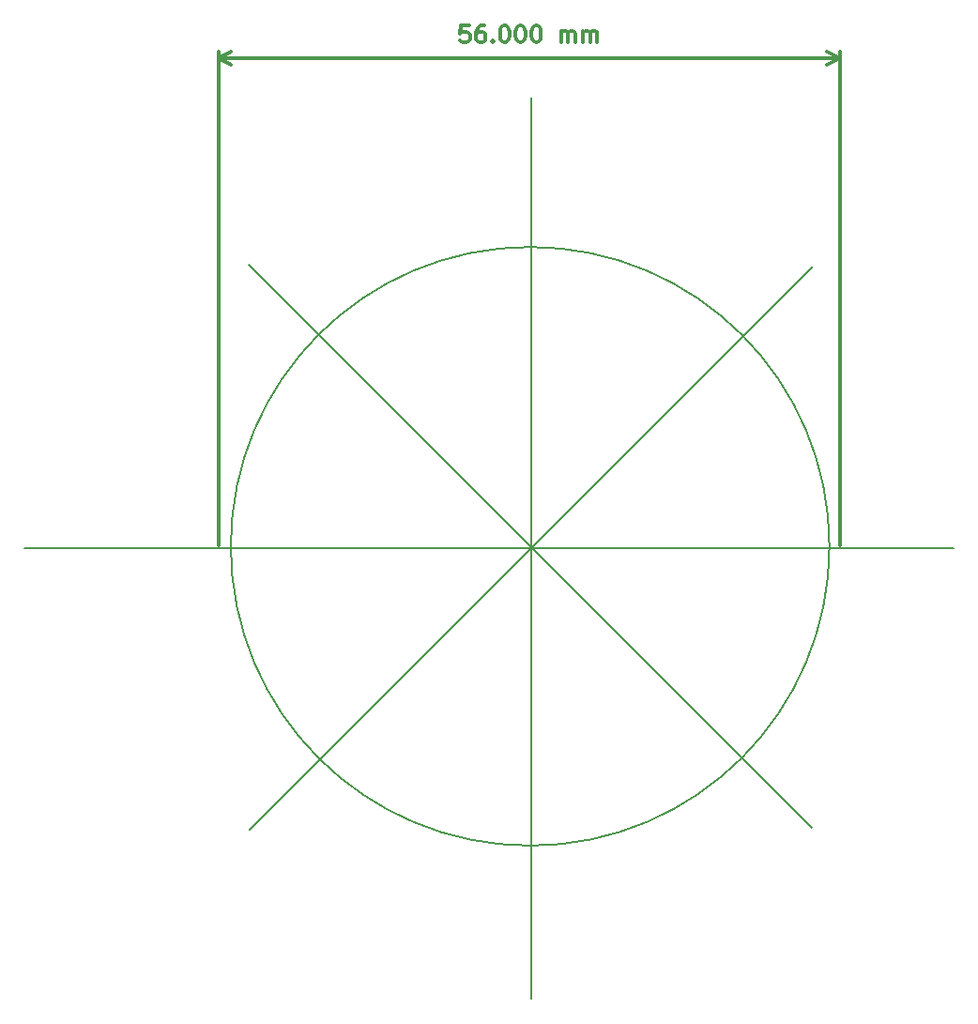
<source format=gbr>
G04 #@! TF.GenerationSoftware,KiCad,Pcbnew,5.0.2-bee76a0~70~ubuntu18.04.1*
G04 #@! TF.CreationDate,2019-07-09T11:50:03+02:00*
G04 #@! TF.ProjectId,neuromime_1.0.1,6e657572-6f6d-4696-9d65-5f312e302e31,rev?*
G04 #@! TF.SameCoordinates,Original*
G04 #@! TF.FileFunction,Drawing*
%FSLAX46Y46*%
G04 Gerber Fmt 4.6, Leading zero omitted, Abs format (unit mm)*
G04 Created by KiCad (PCBNEW 5.0.2-bee76a0~70~ubuntu18.04.1) date Tue 09 Jul 2019 11:50:03 AM CEST*
%MOMM*%
%LPD*%
G01*
G04 APERTURE LIST*
%ADD10C,0.200000*%
%ADD11C,0.300000*%
G04 APERTURE END LIST*
D10*
X150000000Y-9360000D02*
X150000000Y-90640000D01*
X104280000Y-50000000D02*
X188100000Y-50000000D01*
X176900000Y-49850000D02*
G75*
G03X176900000Y-49850000I-27000000J0D01*
G01*
D11*
X144387139Y-2880896D02*
X143672853Y-2880896D01*
X143601425Y-3595182D01*
X143672853Y-3523753D01*
X143815711Y-3452325D01*
X144172853Y-3452325D01*
X144315711Y-3523753D01*
X144387139Y-3595182D01*
X144458568Y-3738039D01*
X144458568Y-4095182D01*
X144387139Y-4238039D01*
X144315711Y-4309467D01*
X144172853Y-4380896D01*
X143815711Y-4380896D01*
X143672853Y-4309467D01*
X143601425Y-4238039D01*
X145744282Y-2880896D02*
X145458568Y-2880896D01*
X145315711Y-2952325D01*
X145244282Y-3023753D01*
X145101425Y-3238039D01*
X145029996Y-3523753D01*
X145029996Y-4095182D01*
X145101425Y-4238039D01*
X145172853Y-4309467D01*
X145315711Y-4380896D01*
X145601425Y-4380896D01*
X145744282Y-4309467D01*
X145815711Y-4238039D01*
X145887139Y-4095182D01*
X145887139Y-3738039D01*
X145815711Y-3595182D01*
X145744282Y-3523753D01*
X145601425Y-3452325D01*
X145315711Y-3452325D01*
X145172853Y-3523753D01*
X145101425Y-3595182D01*
X145029996Y-3738039D01*
X146529996Y-4238039D02*
X146601425Y-4309467D01*
X146529996Y-4380896D01*
X146458568Y-4309467D01*
X146529996Y-4238039D01*
X146529996Y-4380896D01*
X147529996Y-2880896D02*
X147672853Y-2880896D01*
X147815711Y-2952325D01*
X147887139Y-3023753D01*
X147958568Y-3166610D01*
X148029996Y-3452325D01*
X148029996Y-3809467D01*
X147958568Y-4095182D01*
X147887139Y-4238039D01*
X147815711Y-4309467D01*
X147672853Y-4380896D01*
X147529996Y-4380896D01*
X147387139Y-4309467D01*
X147315711Y-4238039D01*
X147244282Y-4095182D01*
X147172853Y-3809467D01*
X147172853Y-3452325D01*
X147244282Y-3166610D01*
X147315711Y-3023753D01*
X147387139Y-2952325D01*
X147529996Y-2880896D01*
X148958568Y-2880896D02*
X149101425Y-2880896D01*
X149244282Y-2952325D01*
X149315711Y-3023753D01*
X149387139Y-3166610D01*
X149458568Y-3452325D01*
X149458568Y-3809467D01*
X149387139Y-4095182D01*
X149315711Y-4238039D01*
X149244282Y-4309467D01*
X149101425Y-4380896D01*
X148958568Y-4380896D01*
X148815711Y-4309467D01*
X148744282Y-4238039D01*
X148672853Y-4095182D01*
X148601425Y-3809467D01*
X148601425Y-3452325D01*
X148672853Y-3166610D01*
X148744282Y-3023753D01*
X148815711Y-2952325D01*
X148958568Y-2880896D01*
X150387139Y-2880896D02*
X150529996Y-2880896D01*
X150672853Y-2952325D01*
X150744282Y-3023753D01*
X150815711Y-3166610D01*
X150887139Y-3452325D01*
X150887139Y-3809467D01*
X150815711Y-4095182D01*
X150744282Y-4238039D01*
X150672853Y-4309467D01*
X150529996Y-4380896D01*
X150387139Y-4380896D01*
X150244282Y-4309467D01*
X150172853Y-4238039D01*
X150101425Y-4095182D01*
X150029996Y-3809467D01*
X150029996Y-3452325D01*
X150101425Y-3166610D01*
X150172853Y-3023753D01*
X150244282Y-2952325D01*
X150387139Y-2880896D01*
X152672853Y-4380896D02*
X152672853Y-3380896D01*
X152672853Y-3523753D02*
X152744282Y-3452325D01*
X152887139Y-3380896D01*
X153101425Y-3380896D01*
X153244282Y-3452325D01*
X153315711Y-3595182D01*
X153315711Y-4380896D01*
X153315711Y-3595182D02*
X153387139Y-3452325D01*
X153529996Y-3380896D01*
X153744282Y-3380896D01*
X153887139Y-3452325D01*
X153958568Y-3595182D01*
X153958568Y-4380896D01*
X154672853Y-4380896D02*
X154672853Y-3380896D01*
X154672853Y-3523753D02*
X154744282Y-3452325D01*
X154887139Y-3380896D01*
X155101425Y-3380896D01*
X155244282Y-3452325D01*
X155315711Y-3595182D01*
X155315711Y-4380896D01*
X155315711Y-3595182D02*
X155387139Y-3452325D01*
X155529996Y-3380896D01*
X155744282Y-3380896D01*
X155887139Y-3452325D01*
X155958568Y-3595182D01*
X155958568Y-4380896D01*
X121815711Y-5802325D02*
X177815711Y-5802325D01*
X121815711Y-49802325D02*
X121815711Y-5215904D01*
X177815711Y-49802325D02*
X177815711Y-5215904D01*
X177815711Y-5802325D02*
X176689207Y-6388746D01*
X177815711Y-5802325D02*
X176689207Y-5215904D01*
X121815711Y-5802325D02*
X122942215Y-6388746D01*
X121815711Y-5802325D02*
X122942215Y-5215904D01*
D10*
X175400000Y-24600000D02*
X124600000Y-75400000D01*
X124500000Y-24450000D02*
X175300000Y-75250000D01*
M02*

</source>
